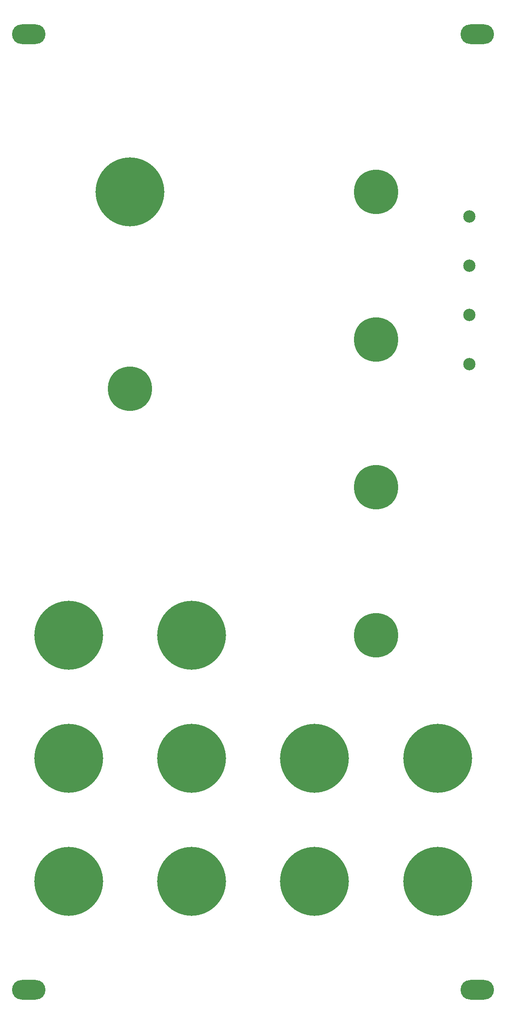
<source format=gts>
G04 #@! TF.GenerationSoftware,KiCad,Pcbnew,6.0.1-79c1e3a40b~116~ubuntu20.04.1*
G04 #@! TF.CreationDate,2022-01-29T15:48:48-05:00*
G04 #@! TF.ProjectId,herovco_panel,6865726f-7663-46f5-9f70-616e656c2e6b,rev?*
G04 #@! TF.SameCoordinates,Original*
G04 #@! TF.FileFunction,Soldermask,Top*
G04 #@! TF.FilePolarity,Negative*
%FSLAX46Y46*%
G04 Gerber Fmt 4.6, Leading zero omitted, Abs format (unit mm)*
G04 Created by KiCad (PCBNEW 6.0.1-79c1e3a40b~116~ubuntu20.04.1) date 2022-01-29 15:48:48*
%MOMM*%
%LPD*%
G01*
G04 APERTURE LIST*
%ADD10O,6.800000X4.000000*%
%ADD11C,9.000000*%
%ADD12C,14.000000*%
%ADD13C,2.500000*%
G04 APERTURE END LIST*
D10*
G04 #@! TO.C,H23*
X111700000Y-204600000D03*
X111700000Y-10600000D03*
G04 #@! TD*
D11*
G04 #@! TO.C,H3*
X91100000Y-42600000D03*
G04 #@! TD*
D12*
G04 #@! TO.C,H1*
X28600000Y-157600000D03*
G04 #@! TD*
D10*
G04 #@! TO.C,H22*
X20500000Y-10600000D03*
X20500000Y-204600000D03*
G04 #@! TD*
D12*
G04 #@! TO.C,H2*
X28600000Y-182600000D03*
G04 #@! TD*
G04 #@! TO.C,H8*
X53600000Y-157600000D03*
G04 #@! TD*
G04 #@! TO.C,H9*
X53600000Y-182600000D03*
G04 #@! TD*
G04 #@! TO.C,H14*
X78600000Y-157600000D03*
G04 #@! TD*
G04 #@! TO.C,H15*
X78600000Y-182600000D03*
G04 #@! TD*
G04 #@! TO.C,H17*
X103600000Y-157600000D03*
G04 #@! TD*
G04 #@! TO.C,H18*
X103600000Y-182600000D03*
G04 #@! TD*
D13*
G04 #@! TO.C,H5*
X110100000Y-47600000D03*
G04 #@! TD*
G04 #@! TO.C,H6*
X110100000Y-57600000D03*
G04 #@! TD*
D11*
G04 #@! TO.C,H7*
X91100000Y-72600000D03*
G04 #@! TD*
D12*
G04 #@! TO.C,H10*
X41100000Y-42600000D03*
G04 #@! TD*
D13*
G04 #@! TO.C,H11*
X110100000Y-67600000D03*
G04 #@! TD*
G04 #@! TO.C,H12*
X110100000Y-77600000D03*
G04 #@! TD*
D11*
G04 #@! TO.C,H13*
X91100000Y-132600000D03*
G04 #@! TD*
G04 #@! TO.C,H16*
X91100000Y-102600000D03*
G04 #@! TD*
G04 #@! TO.C,H19*
X41100000Y-82600000D03*
G04 #@! TD*
D12*
G04 #@! TO.C,H20*
X53600000Y-132600000D03*
G04 #@! TD*
G04 #@! TO.C,H21*
X28600000Y-132600000D03*
G04 #@! TD*
M02*

</source>
